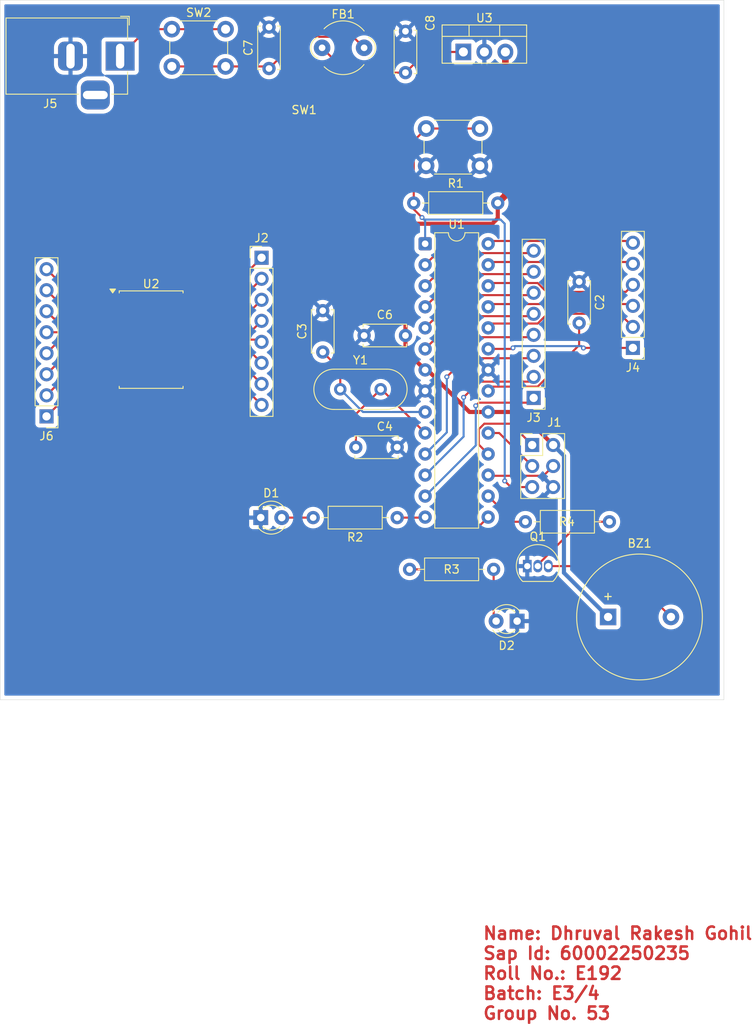
<source format=kicad_pcb>
(kicad_pcb (version 20241229) (generator "pcbnew") (generator_version "9.0")
  (layers (0 "F.Cu" signal) (2 "B.Cu" signal) (13 "F.Paste" user) (15 "B.Paste" user) (5 "F.SilkS" user "F.Silkscreen") (7 "B.SilkS" user "B.Silkscreen") (1 "F.Mask" user) (3 "B.Mask" user) (25 "Edge.Cuts" user))
  (net 0 "")
  (net 1 "RESET")
  (net 2 "PWM1")
  (net 3 "Net-(D1-A)")
  (net 4 "GND")
  (net 5 "Net-(U1-AREF)")
  (net 6 "Net-(J1-Pin_3)")
  (net 7 "+5V")
  (net 8 "Net-(J1-Pin_4)")
  (net 9 "Net-(J1-Pin_1)")
  (net 10 "Net-(U1-XTAL2{slash}PB7)")
  (net 11 "Net-(J3-Pin_3)")
  (net 12 "Net-(J3-Pin_5)")
  (net 13 "Net-(J3-Pin_8)")
  (net 14 "Net-(U1-XTAL1{slash}PB6)")
  (net 15 "Net-(J4-Pin_4)")
  (net 16 "Net-(J3-Pin_1)")
  (net 17 "Net-(J3-Pin_7)")
  (net 18 "Net-(J3-Pin_2)")
  (net 19 "Net-(J3-Pin_4)")
  (net 20 "Net-(J3-Pin_6)")
  (net 21 "Net-(J4-Pin_1)")
  (net 22 "Net-(J4-Pin_6)")
  (net 23 "Net-(C7-Pad1)")
  (net 24 "Net-(J4-Pin_3)")
  (net 25 "Net-(U3-IN)")
  (net 26 "Net-(J2-Pin_1)")
  (net 27 "Net-(J4-Pin_2)")
  (net 28 "Net-(J2-Pin_2)")
  (net 29 "Net-(J2-Pin_8)")
  (net 30 "Net-(J2-Pin_7)")
  (net 31 "Net-(J2-Pin_4)")
  (net 32 "Net-(J2-Pin_6)")
  (net 33 "Net-(J5-Pad1)")
  (net 34 "Net-(J6-Pin_3)")
  (net 35 "Net-(J6-Pin_5)")
  (net 36 "Net-(J4-Pin_5)")
  (net 37 "GPIO_FLAG_1")
  (net 38 "Net-(D2-A)")
  (net 39 "Net-(J2-Pin_5)")
  (net 40 "GPIO_FLAG_2")
  (net 41 "Net-(BZ1--)")
  (net 42 "Net-(J2-Pin_3)")
  (net 43 "Net-(J6-Pin_1)")
  (net 44 "Net-(J6-Pin_2)")
  (net 45 "Net-(J6-Pin_7)")
  (net 46 "Net-(Q1-G)")
  (net 47 "Net-(J6-Pin_6)")
  (net 48 "Net-(J6-Pin_4)")
  (net 49 "Net-(J6-Pin_8)")
  (net 50 "+12V")
  (footprint "Connector_PinHeader_2.54mm:PinHeader_1x06_P2.54mm_Vertical" (layer "F.Cu") (at 197.25 97.25 180)
    (property "Reference" "J4" (at 0 -2.38 0) (layer "F.SilkS"))
    (property "Value" "Conn_01x06")
    (fp_line (start 1.38 1.27) (end 1.38 14.08) (stroke (width 0.12)) (layer "F.SilkS") (net 1))
    (fp_line (start -1.38 14.08) (end 1.38 14.08) (stroke (width 0.12)) (layer "F.SilkS") (net 1))
    (fp_line (start -1.38 1.27) (end 1.38 1.27) (stroke (width 0.12)) (layer "F.SilkS") (net 1))
    (fp_line (start -1.38 1.27) (end -1.38 14.08) (stroke (width 0.12)) (layer "F.SilkS") (net 1))
    (fp_line (start -1.38 0) (end -1.38 -1.38) (stroke (width 0.12)) (layer "F.SilkS") (net 1))
    (fp_line (start -1.38 -1.38) (end 0 -1.38) (stroke (width 0.12)) (layer "F.SilkS") (net 1))
    (pad "1" thru_hole rect (at 0 0 180) (size 1.7 1.7) (drill 1) (layers "*.Cu" "*.Mask") (net 21 "Net-(J4-Pin_1)"))
    (pad "2" thru_hole circle (at 0 2.54 180) (size 1.7 1.7) (drill 1) (layers "*.Cu" "*.Mask") (net 27 "Net-(J4-Pin_2)"))
    (pad "3" thru_hole circle (at 0 5.08 180) (size 1.7 1.7) (drill 1) (layers "*.Cu" "*.Mask") (net 24 "Net-(J4-Pin_3)"))
    (pad "4" thru_hole circle (at 0 7.62 180) (size 1.7 1.7) (drill 1) (layers "*.Cu" "*.Mask") (net 15 "Net-(J4-Pin_4)"))
    (pad "5" thru_hole circle (at 0 10.16 180) (size 1.7 1.7) (drill 1) (layers "*.Cu" "*.Mask") (net 36 "Net-(J4-Pin_5)"))
    (pad "6" thru_hole circle (at 0 12.7 180) (size 1.7 1.7) (drill 1) (layers "*.Cu" "*.Mask") (net 22 "Net-(J4-Pin_6)"))
  )
  (footprint "LED_THT:LED_D3.0mm" (layer "F.Cu") (at 152.25 117.75)
    (property "Reference" "D1" (at 1.27 -2.96 0) (layer "F.SilkS"))
    (property "Value" "LED")
    (fp_line (start -0.29 -1.236) (end -0.29 -1.08) (stroke (width 0.12)) (layer "F.SilkS") (net 1))
    (fp_line (start -0.29 1.08) (end -0.29 1.236) (stroke (width 0.12)) (layer "F.SilkS") (net 1))
    (fp_arc (start -0.29 -1.235516) (mid 1.36566 -1.987699) (end 2.941437 -1.08) (stroke (width 0.12)) (layer "F.SilkS") (net 1))
    (fp_arc (start 0.229039 -1.08) (mid 1.27 -1.5) (end 2.310961 -1.08) (stroke (width 0.12)) (layer "F.SilkS") (net 1))
    (fp_arc (start 2.310961 1.08) (mid 1.27 1.5) (end 0.229039 1.08) (stroke (width 0.12)) (layer "F.SilkS") (net 1))
    (fp_arc (start 2.941437 1.08) (mid 1.36566 1.987699) (end -0.29 1.235516) (stroke (width 0.12)) (layer "F.SilkS") (net 1))
    (pad "1" thru_hole rect (at 0 0) (size 1.8 1.8) (drill 0.9) (layers "*.Cu" "*.Mask") (net 4 "GND"))
    (pad "2" thru_hole circle (at 2.54 0) (size 1.8 1.8) (drill 0.9) (layers "*.Cu" "*.Mask") (net 3 "Net-(D1-A)"))
  )
  (footprint "Capacitor_THT:C_Disc_D5.0mm_W2.5mm_P5.00mm" (layer "F.Cu") (at 163.75 109.25)
    (property "Reference" "C4" (at 3.5 -2.5 0) (layer "F.SilkS"))
    (property "Value" "22pF")
    (fp_line (start -0.12 -1.37) (end 5.12 -1.37) (stroke (width 0.12)) (layer "F.SilkS") (net 1))
    (fp_line (start -0.12 -1.033) (end -0.12 -1.37) (stroke (width 0.12)) (layer "F.SilkS") (net 1))
    (fp_line (start -0.12 1.37) (end -0.12 1.033) (stroke (width 0.12)) (layer "F.SilkS") (net 1))
    (fp_line (start 5.12 -1.37) (end 5.12 -1.033) (stroke (width 0.12)) (layer "F.SilkS") (net 1))
    (fp_line (start 5.12 1.033) (end 5.12 1.37) (stroke (width 0.12)) (layer "F.SilkS") (net 1))
    (fp_line (start 5.12 1.37) (end -0.12 1.37) (stroke (width 0.12)) (layer "F.SilkS") (net 1))
    (pad "1" thru_hole circle (at 0 0) (size 1.6 1.6) (drill 0.8) (layers "*.Cu" "*.Mask") (net 10 "Net-(U1-XTAL2{slash}PB7)"))
    (pad "2" thru_hole circle (at 5 0) (size 1.6 1.6) (drill 0.8) (layers "*.Cu" "*.Mask") (net 4 "GND"))
  )
  (footprint "Button_Switch_THT:SW_PUSH_6mm" (layer "F.Cu") (at 141.5 58.75)
    (property "Reference" "SW2" (at 3.25 -2 0) (layer "F.SilkS"))
    (property "Value" "SW_Push")
    (fp_line (start -0.25 1.5) (end -0.25 3) (stroke (width 0.12)) (layer "F.SilkS") (net 1))
    (fp_line (start 1 5.5) (end 5.5 5.5) (stroke (width 0.12)) (layer "F.SilkS") (net 1))
    (fp_line (start 5.5 -1) (end 1 -1) (stroke (width 0.12)) (layer "F.SilkS") (net 1))
    (fp_line (start 6.75 3) (end 6.75 1.5) (stroke (width 0.12)) (layer "F.SilkS") (net 1))
    (pad "1" thru_hole circle (at 0 0 90) (size 2 2) (drill 1.1) (layers "*.Cu" "*.Mask") (net 33 "Net-(J5-Pad1)"))
    (pad "1" thru_hole circle (at 6.5 0 90) (size 2 2) (drill 1.1) (layers "*.Cu" "*.Mask") (net 33 "Net-(J5-Pad1)"))
    (pad "2" thru_hole circle (at 0 4.5 90) (size 2 2) (drill 1.1) (layers "*.Cu" "*.Mask") (net 23 "Net-(C7-Pad1)"))
    (pad "2" thru_hole circle (at 6.5 4.5 90) (size 2 2) (drill 1.1) (layers "*.Cu" "*.Mask") (net 23 "Net-(C7-Pad1)"))
  )
  (footprint "Resistor_THT:R_Axial_DIN0207_L6.3mm_D2.5mm_P10.16mm_Horizontal" (layer "F.Cu") (at 184.25 118.25)
    (property "Reference" "R4" (at 5 0 0) (layer "F.SilkS"))
    (property "Value" "R")
    (fp_line (start 1.04 0) (end 1.81 0) (stroke (width 0.12)) (layer "F.SilkS") (net 1))
    (fp_line (start 9.12 0) (end 8.35 0) (stroke (width 0.12)) (layer "F.SilkS") (net 1))
    (fp_rect (start 1.81 -1.37) (end 8.35 1.37) (stroke (width 0.12)) (fill no) (layer "F.SilkS") (net 1))
    (pad "1" thru_hole circle (at 0 0) (size 1.6 1.6) (drill 0.8) (layers "*.Cu" "*.Mask") (net 2 "PWM1"))
    (pad "2" thru_hole circle (at 10.16 0) (size 1.6 1.6) (drill 0.8) (layers "*.Cu" "*.Mask") (net 46 "Net-(Q1-G)"))
  )
  (footprint "Connector_PinHeader_2.54mm:PinHeader_1x08_P2.54mm_Vertical" (layer "F.Cu") (at 185.25 103.29 180)
    (property "Reference" "J3" (at 0 -2.38 0) (layer "F.SilkS"))
    (property "Value" "Conn_01x08_Pin")
    (fp_line (start 1.38 1.27) (end 1.38 19.16) (stroke (width 0.12)) (layer "F.SilkS") (net 1))
    (fp_line (start -1.38 19.16) (end 1.38 19.16) (stroke (width 0.12)) (layer "F.SilkS") (net 1))
    (fp_line (start -1.38 1.27) (end 1.38 1.27) (stroke (width 0.12)) (layer "F.SilkS") (net 1))
    (fp_line (start -1.38 1.27) (end -1.38 19.16) (stroke (width 0.12)) (layer "F.SilkS") (net 1))
    (fp_line (start -1.38 0) (end -1.38 -1.38) (stroke (width 0.12)) (layer "F.SilkS") (net 1))
    (fp_line (start -1.38 -1.38) (end 0 -1.38) (stroke (width 0.12)) (layer "F.SilkS") (net 1))
    (pad "1" thru_hole rect (at 0 0 180) (size 1.7 1.7) (drill 1) (layers "*.Cu" "*.Mask") (net 16 "Net-(J3-Pin_1)"))
    (pad "2" thru_hole circle (at 0 2.54 180) (size 1.7 1.7) (drill 1) (layers "*.Cu" "*.Mask") (net 18 "Net-(J3-Pin_2)"))
    (pad "3" thru_hole circle (at 0 5.08 180) (size 1.7 1.7) (drill 1) (layers "*.Cu" "*.Mask") (net 11 "Net-(J3-Pin_3)"))
    (pad "4" thru_hole circle (at 0 7.62 180) (size 1.7 1.7) (drill 1) (layers "*.Cu" "*.Mask") (net 19 "Net-(J3-Pin_4)"))
    (pad "5" thru_hole circle (at 0 10.16 180) (size 1.7 1.7) (drill 1) (layers "*.Cu" "*.Mask") (net 12 "Net-(J3-Pin_5)"))
    (pad "6" thru_hole circle (at 0 12.7 180) (size 1.7 1.7) (drill 1) (layers "*.Cu" "*.Mask") (net 20 "Net-(J3-Pin_6)"))
    (pad "7" thru_hole circle (at 0 15.24 180) (size 1.7 1.7) (drill 1) (layers "*.Cu" "*.Mask") (net 17 "Net-(J3-Pin_7)"))
    (pad "8" thru_hole circle (at 0 17.78 180) (size 1.7 1.7) (drill 1) (layers "*.Cu" "*.Mask") (net 13 "Net-(J3-Pin_8)"))
  )
  (footprint "Connector_PinHeader_2.54mm:PinHeader_2x03_P2.54mm_Vertical" (layer "F.Cu") (at 185.07 108.98)
    (property "Reference" "J1" (at 2.68 -2.73 0) (layer "F.SilkS"))
    (property "Value" "Conn_02x03_Odd_Even")
    (fp_line (start -1.38 -1.38) (end 0 -1.38) (stroke (width 0.12)) (layer "F.SilkS") (net 1))
    (fp_line (start -1.38 0) (end -1.38 -1.38) (stroke (width 0.12)) (layer "F.SilkS") (net 1))
    (fp_line (start -1.38 1.27) (end -1.38 6.46) (stroke (width 0.12)) (layer "F.SilkS") (net 1))
    (fp_line (start -1.38 1.27) (end 1.27 1.27) (stroke (width 0.12)) (layer "F.SilkS") (net 1))
    (fp_line (start -1.38 6.46) (end 3.92 6.46) (stroke (width 0.12)) (layer "F.SilkS") (net 1))
    (fp_line (start 1.27 -1.38) (end 3.92 -1.38) (stroke (width 0.12)) (layer "F.SilkS") (net 1))
    (fp_line (start 1.27 1.27) (end 1.27 -1.38) (stroke (width 0.12)) (layer "F.SilkS") (net 1))
    (fp_line (start 3.92 -1.38) (end 3.92 6.46) (stroke (width 0.12)) (layer "F.SilkS") (net 1))
    (pad "1" thru_hole rect (at 0 0) (size 1.7 1.7) (drill 1) (layers "*.Cu" "*.Mask") (net 9 "Net-(J1-Pin_1)"))
    (pad "2" thru_hole circle (at 2.54 0) (size 1.7 1.7) (drill 1) (layers "*.Cu" "*.Mask") (net 7 "+5V"))
    (pad "3" thru_hole circle (at 0 2.54) (size 1.7 1.7) (drill 1) (layers "*.Cu" "*.Mask") (net 6 "Net-(J1-Pin_3)"))
    (pad "4" thru_hole circle (at 2.54 2.54) (size 1.7 1.7) (drill 1) (layers "*.Cu" "*.Mask") (net 8 "Net-(J1-Pin_4)"))
    (pad "5" thru_hole circle (at 0 5.08) (size 1.7 1.7) (drill 1) (layers "*.Cu" "*.Mask") (net 1 "RESET"))
    (pad "6" thru_hole circle (at 2.54 5.08) (size 1.7 1.7) (drill 1) (layers "*.Cu" "*.Mask") (net 4 "GND"))
  )
  (footprint "Connector_PinHeader_2.54mm:PinHeader_1x08_P2.54mm_Vertical" (layer "F.Cu") (at 152.35 86.36)
    (property "Reference" "J2" (at 0 -2.38 0) (layer "F.SilkS"))
    (property "Value" "Conn_01x08")
    (fp_line (start -1.38 -1.38) (end 0 -1.38) (stroke (width 0.12)) (layer "F.SilkS") (net 1))
    (fp_line (start -1.38 0) (end -1.38 -1.38) (stroke (width 0.12)) (layer "F.SilkS") (net 1))
    (fp_line (start -1.38 1.27) (end -1.38 19.16) (stroke (width 0.12)) (layer "F.SilkS") (net 1))
    (fp_line (start -1.38 1.27) (end 1.38 1.27) (stroke (width 0.12)) (layer "F.SilkS") (net 1))
    (fp_line (start -1.38 19.16) (end 1.38 19.16) (stroke (width 0.12)) (layer "F.SilkS") (net 1))
    (fp_line (start 1.38 1.27) (end 1.38 19.16) (stroke (width 0.12)) (layer "F.SilkS") (net 1))
    (pad "1" thru_hole rect (at 0 0) (size 1.7 1.7) (drill 1) (layers "*.Cu" "*.Mask") (net 26 "Net-(J2-Pin_1)"))
    (pad "2" thru_hole circle (at 0 2.54) (size 1.7 1.7) (drill 1) (layers "*.Cu" "*.Mask") (net 28 "Net-(J2-Pin_2)"))
    (pad "3" thru_hole circle (at 0 5.08) (size 1.7 1.7) (drill 1) (layers "*.Cu" "*.Mask") (net 42 "Net-(J2-Pin_3)"))
    (pad "4" thru_hole circle (at 0 7.62) (size 1.7 1.7) (drill 1) (layers "*.Cu" "*.Mask") (net 31 "Net-(J2-Pin_4)"))
    (pad "5" thru_hole circle (at 0 10.16) (size 1.7 1.7) (drill 1) (layers "*.Cu" "*.Mask") (net 39 "Net-(J2-Pin_5)"))
    (pad "6" thru_hole circle (at 0 12.7) (size 1.7 1.7) (drill 1) (layers "*.Cu" "*.Mask") (net 32 "Net-(J2-Pin_6)"))
    (pad "7" thru_hole circle (at 0 15.24) (size 1.7 1.7) (drill 1) (layers "*.Cu" "*.Mask") (net 30 "Net-(J2-Pin_7)"))
    (pad "8" thru_hole circle (at 0 17.78) (size 1.7 1.7) (drill 1) (layers "*.Cu" "*.Mask") (net 29 "Net-(J2-Pin_8)"))
  )
  (footprint "Capacitor_THT:C_Disc_D5.0mm_W2.5mm_P5.00mm" (layer "F.Cu") (at 169.75 64 90)
    (property "Reference" "C8" (at 6 3 90) (layer "F.SilkS"))
    (property "Value" "1u")
    (fp_line (start 5.12 -1.37) (end 5.12 -1.033) (stroke (width 0.12)) (layer "F.SilkS") (net 1))
    (fp_line (start -0.12 -1.37) (end 5.12 -1.37) (stroke (width 0.12)) (layer "F.SilkS") (net 1))
    (fp_line (start -0.12 -1.033) (end -0.12 -1.37) (stroke (width 0.12)) (layer "F.SilkS") (net 1))
    (fp_line (start 5.12 1.033) (end 5.12 1.37) (stroke (width 0.12)) (layer "F.SilkS") (net 1))
    (fp_line (start 5.12 1.37) (end -0.12 1.37) (stroke (width 0.12)) (layer "F.SilkS") (net 1))
    (fp_line (start -0.12 1.37) (end -0.12 1.033) (stroke (width 0.12)) (layer "F.SilkS") (net 1))
    (pad "1" thru_hole circle (at 0 0 90) (size 1.6 1.6) (drill 0.8) (layers "*.Cu" "*.Mask") (net 25 "Net-(U3-IN)"))
    (pad "2" thru_hole circle (at 5 0 90) (size 1.6 1.6) (drill 0.8) (layers "*.Cu" "*.Mask") (net 4 "GND"))
  )
  (footprint "Resistor_THT:R_Axial_DIN0207_L6.3mm_D2.5mm_P10.16mm_Horizontal" (layer "F.Cu") (at 168.75 117.75 180)
    (property "Reference" "R2" (at 5.08 -2.37 0) (layer "F.SilkS"))
    (property "Value" "1k")
    (fp_line (start 9.12 0) (end 8.35 0) (stroke (width 0.12)) (layer "F.SilkS") (net 1))
    (fp_line (start 1.04 0) (end 1.81 0) (stroke (width 0.12)) (layer "F.SilkS") (net 1))
    (fp_rect (start 1.81 -1.37) (end 8.35 1.37) (stroke (width 0.12)) (fill no) (layer "F.SilkS") (net 1))
    (pad "1" thru_hole circle (at 0 0 180) (size 1.6 1.6) (drill 0.8) (layers "*.Cu" "*.Mask") (net 37 "GPIO_FLAG_1"))
    (pad "2" thru_hole circle (at 10.16 0 180) (size 1.6 1.6) (drill 0.8) (layers "*.Cu" "*.Mask") (net 3 "Net-(D1-A)"))
  )
  (footprint "LED_THT:LED_D3.0mm" (layer "F.Cu") (at 183.25 130.25 180)
    (property "Reference" "D2" (at 1.27 -2.96 0) (layer "F.SilkS"))
    (property "Value" "LED")
    (fp_line (start -0.29 1.08) (end -0.29 1.236) (stroke (width 0.12)) (layer "F.SilkS") (net 1))
    (fp_line (start -0.29 -1.236) (end -0.29 -1.08) (stroke (width 0.12)) (layer "F.SilkS") (net 1))
    (fp_arc (start 2.941437 1.08) (mid 1.36566 1.987699) (end -0.29 1.235516) (stroke (width 0.12)) (layer "F.SilkS") (net 1))
    (fp_arc (start 2.310961 1.08) (mid 1.27 1.5) (end 0.229039 1.08) (stroke (width 0.12)) (layer "F.SilkS") (net 1))
    (fp_arc (start 0.229039 -1.08) (mid 1.27 -1.5) (end 2.310961 -1.08) (stroke (width 0.12)) (layer "F.SilkS") (net 1))
    (fp_arc (start -0.29 -1.235516) (mid 1.36566 -1.987699) (end 2.941437 -1.08) (stroke (width 0.12)) (layer "F.SilkS") (net 1))
    (pad "1" thru_hole rect (at 0 0 180) (size 1.8 1.8) (drill 0.9) (layers "*.Cu" "*.Mask") (net 4 "GND"))
    (pad "2" thru_hole circle (at 2.54 0 180) (size 1.8 1.8) (drill 0.9) (layers "*.Cu" "*.Mask") (net 38 "Net-(D2-A)"))
  )
  (footprint "Connector_PinHeader_2.54mm:PinHeader_1x08_P2.54mm_Vertical" (layer "F.Cu") (at 126.35 105.52 180)
    (property "Reference" "J6" (at 0 -2.38 0) (layer "F.SilkS"))
    (property "Value" "Conn_01x08")
    (fp_line (start 1.38 1.27) (end 1.38 19.16) (stroke (width 0.12)) (layer "F.SilkS") (net 1))
    (fp_line (start -1.38 19.16) (end 1.38 19.16) (stroke (width 0.12)) (layer "F.SilkS") (net 1))
    (fp_line (start -1.38 1.27) (end 1.38 1.27) (stroke (width 0.12)) (layer "F.SilkS") (net 1))
    (fp_line (start -1.38 1.27) (end -1.38 19.16) (stroke (width 0.12)) (layer "F.SilkS") (net 1))
    (fp_line (start -1.38 0) (end -1.38 -1.38) (stroke (width 0.12)) (layer "F.SilkS") (net 1))
    (fp_line (start -1.38 -1.38) (end 0 -1.38) (stroke (width 0.12)) (layer "F.SilkS") (net 1))
    (pad "1" thru_hole rect (at 0 0 180) (size 1.7 1.7) (drill 1) (layers "*.Cu" "*.Mask") (net 43 "Net-(J6-Pin_1)"))
    (pad "2" thru_hole circle (at 0 2.54 180) (size 1.7 1.7) (drill 1) (layers "*.Cu" "*.Mask") (net 44 "Net-(J6-Pin_2)"))
    (pad "3" thru_hole circle (at 0 5.08 180) (size 1.7 1.7) (drill 1) (layers "*.Cu" "*.Mask") (net 34 "Net-(J6-Pin_3)"))
    (pad "4" thru_hole circle (at 0 7.62 180) (size 1.7 1.7) (drill 1) (layers "*.Cu" "*.Mask") (net 48 "Net-(J6-Pin_4)"))
    (pad "5" thru_hole circle (at 0 10.16 180) (size 1.7 1.7) (drill 1) (layers "*.Cu" "*.Mask") (net 35 "Net-(J6-Pin_5)"))
    (pad "6" thru_hole circle (at 0 12.7 180) (size 1.7 1.7) (drill 1) (layers "*.Cu" "*.Mask") (net 47 "Net-(J6-Pin_6)"))
    (pad "7" thru_hole circle (at 0 15.24 180) (size 1.7 1.7) (drill 1) (layers "*.Cu" "*.Mask") (net 45 "Net-(J6-Pin_7)"))
    (pad "8" thru_hole circle (at 0 17.78 180) (size 1.7 1.7) (drill 1) (layers "*.Cu" "*.Mask") (net 49 "Net-(J6-Pin_8)"))
  )
  (footprint "Capacitor_THT:C_Disc_D5.0mm_W2.5mm_P5.00mm" (layer "F.Cu") (at 153.25 63.5 90)
    (property "Reference" "C7" (at 2.5 -2.5 90) (layer "F.SilkS"))
    (property "Value" "1u")
    (fp_line (start 5.12 -1.37) (end 5.12 -1.033) (stroke (width 0.12)) (layer "F.SilkS") (net 1))
    (fp_line (start -0.12 -1.37) (end 5.12 -1.37) (stroke (width 0.12)) (layer "F.SilkS") (net 1))
    (fp_line (start -0.12 -1.033) (end -0.12 -1.37) (stroke (width 0.12)) (layer "F.SilkS") (net 1))
    (fp_line (start 5.12 1.033) (end 5.12 1.37) (stroke (width 0.12)) (layer "F.SilkS") (net 1))
    (fp_line (start 5.12 1.37) (end -0.12 1.37) (stroke (width 0.12)) (layer "F.SilkS") (net 1))
    (fp_line (start -0.12 1.37) (end -0.12 1.033) (stroke (width 0.12)) (layer "F.SilkS") (net 1))
    (pad "1" thru_hole circle (at 0 0 90) (size 1.6 1.6) (drill 0.8) (layers "*.Cu" "*.Mask") (net 23 "Net-(C7-Pad1)"))
    (pad "2" thru_hole circle (at 5 0 90) (size 1.6 1.6) (drill 0.8) (layers "*.Cu" "*.Mask") (net 4 "GND"))
  )
  (footprint "Package_SO:SOIC-18W_7.5x11.6mm_P1.27mm" (layer "F.Cu") (at 139 96.25)
    (property "Reference" "U2" (at 0 -6.73 0) (layer "F.SilkS"))
    (property "Value" "ULN2803A")
    (fp_line (start -3.86 -5.885) (end 3.86 -5.885) (stroke (width 0.12)) (layer "F.SilkS") (net 1))
    (fp_line (start -3.86 -5.64) (end -3.86 -5.885) (stroke (width 0.12)) (layer "F.SilkS") (net 1))
    (fp_line (start -3.86 5.885) (end -3.86 5.64) (stroke (width 0.12)) (layer "F.SilkS") (net 1))
    (fp_line (start 3.86 -5.885) (end 3.86 -5.64) (stroke (width 0.12)) (layer "F.SilkS") (net 1))
    (fp_line (start 3.86 5.64) (end 3.86 5.885) (stroke (width 0.12)) (layer "F.SilkS") (net 1))
    (fp_line (start 3.86 5.885) (end -3.86 5.885) (stroke (width 0.12)) (layer "F.SilkS") (net 1))
    (fp_poly (pts (xy -4.65 -5.64) (xy -4.99 -6.11) (xy -4.31 -6.11)) (stroke (width 0.12)) (fill yes) (layer "F.SilkS") (net 1))
    (pad "1" smd roundrect (at -4.65 -5.08) (size 2.05 0.6) (layers "F.Cu" "F.Mask" "F.Paste") (net 49 "Net-(J6-Pin_8)"))
    (pad "2" smd roundrect (at -4.65 -3.81) (size 2.05 0.6) (layers "F.Cu" "F.Mask" "F.Paste") (net 45 "Net-(J6-Pin_7)"))
    (pad "3" smd roundrect (at -4.65 -2.54) (size 2.05 0.6) (layers "F.Cu" "F.Mask" "F.Paste") (net 47 "Net-(J6-Pin_6)"))
    (pad "4" smd roundrect (at -4.65 -1.27) (size 2.05 0.6) (layers "F.Cu" "F.Mask" "F.Paste") (net 35 "Net-(J6-Pin_5)"))
    (pad "5" smd roundrect (at -4.65 0) (size 2.05 0.6) (layers "F.Cu" "F.Mask" "F.Paste") (net 48 "Net-(J6-Pin_4)"))
    (pad "6" smd roundrect (at -4.65 1.27) (size 2.05 0.6) (layers "F.Cu" "F.Mask" "F.Paste") (net 34 "Net-(J6-Pin_3)"))
    (pad "7" smd roundrect (at -4.65 2.54) (size 2.05 0.6) (layers "F.Cu" "F.Mask" "F.Paste") (net 44 "Net-(J6-Pin_2)"))
    (pad "8" smd roundrect (at -4.65 3.81) (size 2.05 0.6) (layers "F.Cu" "F.Mask" "F.Paste") (net 43 "Net-(J6-Pin_1)"))
    (pad "9" smd roundrect (at -4.65 5.08) (size 2.05 0.6) (layers "F.Cu" "F.Mask" "F.Paste") (net 4 "GND"))
    (pad "10" smd roundrect (at 4.65 5.08) (size 2.05 0.6) (layers "F.Cu" "F.Mask" "F.Paste") (net 50 "+12V"))
    (pad "11" smd roundrect (at 4.65 3.81) (size 2.05 0.6) (layers "F.Cu" "F.Mask" "F.Paste") (net 29 "Net-(J2-Pin_8)"))
    (pad "12" smd roundrect (at 4.65 2.54) (size 2.05 0.6) (layers "F.Cu" "F.Mask" "F.Paste") (net 30 "Net-(J2-Pin_7)"))
    (pad "13" smd roundrect (at 4.65 1.27) (size 2.05 0.6) (layers "F.Cu" "F.Mask" "F.Paste") (net 32 "Net-(J2-Pin_6)"))
    (pad "14" smd roundrect (at 4.65 0) (size 2.05 0.6) (layers "F.Cu" "F.Mask" "F.Paste") (net 39 "Net-(J2-Pin_5)"))
    (pad "15" smd roundrect (at 4.65 -1.27) (size 2.05 0.6) (layers "F.Cu" "F.Mask" "F.Paste") (net 31 "Net-(J2-Pin_4)"))
    (pad "16" smd roundrect (at 4.65 -2.54) (size 2.05 0.6) (layers "F.Cu" "F.Mask" "F.Paste") (net 42 "Net-(J2-Pin_3)"))
    (pad "17" smd roundrect (at 4.65 -3.81) (size 2.05 0.6) (layers "F.Cu" "F.Mask" "F.Paste") (net 28 "Net-(J2-Pin_2)"))
    (pad "18" smd roundrect (at 4.65 -5.08) (size 2.05 0.6) (layers "F.Cu" "F.Mask" "F.Paste") (net 26 "Net-(J2-Pin_1)"))
  )
  (footprint "Package_DIP:DIP-28_W7.62mm" (layer "F.Cu") (at 172.13 84.67)
    (property "Reference" "U1" (at 3.81 -2.33 0) (layer "F.SilkS"))
    (property "Value" "ATmega328-P")
    (fp_line (start 1.16 -1.33) (end 1.16 34.35) (stroke (width 0.12)) (layer "F.SilkS") (net 1))
    (fp_line (start 1.16 34.35) (end 6.46 34.35) (stroke (width 0.12)) (layer "F.SilkS") (net 1))
    (fp_line (start 2.81 -1.33) (end 1.16 -1.33) (stroke (width 0.12)) (layer "F.SilkS") (net 1))
    (fp_line (start 6.46 -1.33) (end 4.81 -1.33) (stroke (width 0.12)) (layer "F.SilkS") (net 1))
    (fp_line (start 6.46 34.35) (end 6.46 -1.33) (stroke (width 0.12)) (layer "F.SilkS") (net 1))
    (fp_arc (start 4.81 -1.33) (mid 3.81 -0.33) (end 2.81 -1.33) (stroke (width 0.12)) (layer "F.SilkS") (net 1))
    (pad "1" thru_hole roundrect (at 0 0) (size 1.6 1.6) (drill 0.8) (layers "*.Cu" "*.Mask") (roundrect_rratio 0.15625) (net 1 "RESET"))
    (pad "2" thru_hole circle (at 0 2.54) (size 1.6 1.6) (drill 0.8) (layers "*.Cu" "*.Mask") (net 13 "Net-(J3-Pin_8)"))
    (pad "3" thru_hole circle (at 0 5.08) (size 1.6 1.6) (drill 0.8) (layers "*.Cu" "*.Mask") (net 17 "Net-(J3-Pin_7)"))
    (pad "4" thru_hole circle (at 0 7.62) (size 1.6 1.6) (drill 0.8) (layers "*.Cu" "*.Mask") (net 20 "Net-(J3-Pin_6)"))
    (pad "5" thru_hole circle (at 0 10.16) (size 1.6 1.6) (drill 0.8) (layers "*.Cu" "*.Mask") (net 12 "Net-(J3-Pin_5)"))
    (pad "6" thru_hole circle (at 0 12.7) (size 1.6 1.6) (drill 0.8) (layers "*.Cu" "*.Mask") (net 19 "Net-(J3-Pin_4)"))
    (pad "7" thru_hole circle (at 0 15.24) (size 1.6 1.6) (drill 0.8) (layers "*.Cu" "*.Mask") (net 7 "+5V"))
    (pad "8" thru_hole circle (at 0 17.78) (size 1.6 1.6) (drill 0.8) (layers "*.Cu" "*.Mask") (net 4 "GND"))
    (pad "9" thru_hole circle (at 0 20.32) (size 1.6 1.6) (drill 0.8) (layers "*.Cu" "*.Mask") (net 14 "Net-(U1-XTAL1{slash}PB6)"))
    (pad "10" thru_hole circle (at 0 22.86) (size 1.6 1.6) (drill 0.8) (layers "*.Cu" "*.Mask") (net 10 "Net-(U1-XTAL2{slash}PB7)"))
    (pad "11" thru_hole circle (at 0 25.4) (size 1.6 1.6) (drill 0.8) (layers "*.Cu" "*.Mask") (net 11 "Net-(J3-Pin_3)"))
    (pad "12" thru_hole circle (at 0 27.94) (size 1.6 1.6) (drill 0.8) (layers "*.Cu" "*.Mask") (net 18 "Net-(J3-Pin_2)"))
    (pad "13" thru_hole circle (at 0 30.48) (size 1.6 1.6) (drill 0.8) (layers "*.Cu" "*.Mask") (net 16 "Net-(J3-Pin_1)"))
    (pad "14" thru_hole circle (at 0 33.02) (size 1.6 1.6) (drill 0.8) (layers "*.Cu" "*.Mask") (net 37 "GPIO_FLAG_1"))
    (pad "15" thru_hole circle (at 7.62 33.02) (size 1.6 1.6) (drill 0.8) (layers "*.Cu" "*.Mask") (net 40 "GPIO_FLAG_2"))
    (pad "16" thru_hole circle (at 7.62 30.48) (size 1.6 1.6) (drill 0.8) (layers "*.Cu" "*.Mask") (net 2 "PWM1"))
    (pad "17" thru_hole circle (at 7.62 27.94) (size 1.6 1.6) (drill 0.8) (layers "*.Cu" "*.Mask") (net 8 "Net-(J1-Pin_4)"))
    (pad "18" thru_hole circle (at 7.62 25.4) (size 1.6 1.6) (drill 0.8) (layers "*.Cu" "*.Mask") (net 9 "Net-(J1-Pin_1)"))
    (pad "19" thru_hole circle (at 7.62 22.86) (size 1.6 1.6) (drill 0.8) (layers "*.Cu" "*.Mask") (net 6 "Net-(J1-Pin_3)"))
    (pad "20" thru_hole circle (at 7.62 20.32) (size 1.6 1.6) (drill 0.8) (layers "*.Cu" "*.Mask") (net 7 "+5V"))
    (pad "21" thru_hole circle (at 7.62 17.78) (size 1.6 1.6) (drill 0.8) (layers "*.Cu" "*.Mask") (net 5 "Net-(U1-AREF)"))
    (pad "22" thru_hole circle (at 7.62 15.24) (size 1.6 1.6) (drill 0.8) (layers "*.Cu" "*.Mask") (net 4 "GND"))
    (pad "23" thru_hole circle (at 7.62 12.7) (size 1.6 1.6) (drill 0.8) (layers "*.Cu" "*.Mask") (net 21 "Net-(J4-Pin_1)"))
    (pad "24" thru_hole circle (at 7.62 10.16) (size 1.6 1.6) (drill 0.8) (layers "*.Cu" "*.Mask") (net 27 "Net-(J4-Pin_2)"))
    (pad "25" thru_hole circle (at 7.62 7.62) (size 1.6 1.6) (drill 0.8) (layers "*.Cu" "*.Mask") (net 24 "Net-(J4-Pin_3)"))
    (pad "26" thru_hole circle (at 7.62 5.08) (size 1.6 1.6) (drill 0.8) (layers "*.Cu" "*.Mask") (net 15 "Net-(J4-Pin_4)"))
    (pad "27" thru_hole circle (at 7.62 2.54) (size 1.6 1.6) (drill 0.8) (layers "*.Cu" "*.Mask") (net 36 "Net-(J4-Pin_5)"))
    (pad "28" thru_hole circle (at 7.62 0) (size 1.6 1.6) (drill 0.8) (layers "*.Cu" "*.Mask") (net 22 "Net-(J4-Pin_6)"))
  )
  (footprint "Connector_BarrelJack:BarrelJack_Horizontal" (layer "F.Cu") (at 135.25 62)
    (property "Reference" "J5" (at -8.45 5.75 0) (layer "F.SilkS"))
    (property "Value" "Barrel_Jack")
    (fp_line (start -13.8 -4.6) (end 0.9 -4.6) (stroke (width 0.12)) (layer "F.SilkS") (net 1))
    (fp_line (start -13.8 4.6) (end -13.8 -4.6) (stroke (width 0.12)) (layer "F.SilkS") (net 1))
    (fp_line (start -5 4.6) (end -13.8 4.6) (stroke (width 0.12)) (layer "F.SilkS") (net 1))
    (fp_line (start 0.05 -4.8) (end 1.1 -4.8) (stroke (width 0.12)) (layer "F.SilkS") (net 1))
    (fp_line (start 0.9 -4.6) (end 0.9 -2) (stroke (width 0.12)) (layer "F.SilkS") (net 1))
    (fp_line (start 0.9 1.9) (end 0.9 4.6) (stroke (width 0.12)) (layer "F.SilkS") (net 1))
    (fp_line (start 0.9 4.6) (end -1 4.6) (stroke (width 0.12)) (layer "F.SilkS") (net 1))
    (fp_line (start 1.1 -3.75) (end 1.1 -4.8) (stroke (width 0.12)) (layer "F.SilkS") (net 1))
    (pad "1" thru_hole rect (at 0 0) (size 3.5 3.5) (drill oval 1 3) (layers "*.Cu" "*.Mask") (net 33 "Net-(J5-Pad1)"))
    (pad "2" thru_hole roundrect (at -6 0) (size 3 3.5) (drill oval 1 3) (layers "*.Cu" "*.Mask") (net 4 "GND"))
    (pad "3" thru_hole roundrect (at -3 4.7) (size 3.5 3.5) (drill oval 3 1) (layers "*.Cu" "*.Mask"))
  )
  (footprint "Crystal:Crystal_HC49-4H_Vertical" (layer "F.Cu") (at 161.87 102.25)
    (property "Reference" "Y1" (at 2.44 -3.52 0) (layer "F.SilkS"))
    (property "Value" "16MHz")
    (fp_line (start -0.76 -2.435) (end 5.64 -2.435) (stroke (width 0.12)) (layer "F.SilkS") (net 1))
    (fp_line (start 5.64 2.435) (end -0.76 2.435) (stroke (width 0.12)) (layer "F.SilkS") (net 1))
    (fp_arc (start -0.76 2.435) (mid -3.195 0) (end -0.76 -2.435) (stroke (width 0.12)) (layer "F.SilkS") (net 1))
    (fp_arc (start 5.64 -2.435) (mid 8.075 0) (end 5.64 2.435) (stroke (width 0.12)) (layer "F.SilkS") (net 1))
    (pad "1" thru_hole circle (at 0 0) (size 1.5 1.5) (drill 0.8) (layers "*.Cu" "*.Mask") (net 14 "Net-(U1-XTAL1{slash}PB6)"))
    (pad "2" thru_hole circle (at 4.88 0) (size 1.5 1.5) (drill 0.8) (layers "*.Cu" "*.Mask") (net 10 "Net-(U1-XTAL2{slash}PB7)"))
  )
  (footprint "Resistor_THT:R_Axial_DIN0207_L6.3mm_D2.5mm_P10.16mm_Horizontal" (layer "F.Cu") (at 170.25 124)
    (property "Reference" "R3" (at 5.08 0 0) (layer "F.SilkS"))
    (property "Value" "1k")
    (fp_line (start 1.04 0) (end 1.81 0) (stroke (width 0.12)) (layer "F.SilkS") (net 1))
    (fp_line (start 9.12 0) (end 8.35 0) (stroke (width 0.12)) (layer "F.SilkS") (net 1))
    (fp_rect (start 1.81 -1.37) (end 8.35 1.37) (stroke (width 0.12)) (fill no) (layer "F.SilkS") (net 1))
    (pad "1" thru_hole circle (at 0 0) (size 1.6 1.6) (drill 0.8) (layers "*.Cu" "*.Mask") (net 40 "GPIO_FLAG_2"))
    (pad "2" thru_hole circle (at 10.16 0) (size 1.6 1.6) (drill 0.8) (layers "*.Cu" "*.Mask") (net 38 "Net-(D2-A)"))
  )
  (footprint "Resistor_THT:R_Axial_DIN0207_L6.3mm_D2.5mm_P10.16mm_Horizontal" (layer "F.Cu") (at 170.75 79.75)
    (property "Reference" "R1" (at 5.08 -2.37 0) (layer "F.SilkS"))
    (property "Value" "10k")
    (fp_line (start 1.04 0) (end 1.81 0) (stroke (width 0.12)) (layer "F.SilkS") (net 1))
    (fp_line (start 9.12 0) (end 8.35 0) (stroke (width 0.12)) (layer "F.SilkS") (net 1))
    (fp_rect (start 1.81 -1.37) (end 8.35 1.37) (stroke (width 0.12)) (fill no) (layer "F.SilkS") (net 1))
    (pad "1" thru_hole circle (at 0 0) (size 1.6 1.6) (drill 0.8) (layers "*.Cu" "*.Mask") (net 1 "RESET"))
    (pad "2" thru_hole circle (at 10.16 0) (size 1.6 1.6) (drill 0.8) (layers "*.Cu" "*.Mask") (net 7 "+5V"))
  )
  (footprint "Button_Switch_THT:SW_PUSH_6mm" (layer "F.Cu") (at 172.25 70.75)
    (property "Reference" "SW1" (at -14.75 -2.25 0) (layer "F.SilkS"))
    (property "Value" "SW_Push")
    (fp_line (start -0.25 1.5) (end -0.25 3) (stroke (width 0.12)) (layer "F.SilkS") (net 1))
    (fp_line (start 1 5.5) (end 5.5 5.5) (stroke (width 0.12)) (layer "F.SilkS") (net 1))
    (fp_line (start 5.5 -1) (end 1 -1) (stroke (width 0.12)) (layer "F.SilkS") (net 1))
    (fp_line (start 6.75 3) (end 6.75 1.5) (stroke (width 0.12)) (layer "F.SilkS") (net 1))
    (pad "1" thru_hole circle (at 0 0 90) (size 2 2) (drill 1.1) (layers "*.Cu" "*.Mask") (net 1 "RESET"))
    (pad "1" thru_hole circle (at 6.5 0 90) (size 2 2) (drill 1.1) (layers "*.Cu" "*.Mask") (net 1 "RESET"))
    (pad "2" thru_hole circle (at 0 4.5 90) (size 2 2) (drill 1.1) (layers "*.Cu" "*.Mask") (net 4 "GND"))
    (pad "2" thru_hole circle (at 6.5 4.5 90) (size 2 2) (drill 1.1) (layers "*.Cu" "*.Mask") (net 4 "GND"))
  )
  (footprint "Capacitor_THT:C_Disc_D5.0mm_W2.5mm_P5.00mm" (layer "F.Cu") (at 159.75 97.75 90)
    (property "Reference" "C3" (at 2.5 -2.5 90) (layer "F.SilkS"))
    (property "Value" "22pF")
    (fp_line (start 5.12 -1.37) (end 5.12 -1.033) (stroke (width 0.12)) (layer "F.SilkS") (net 1))
    (fp_line (start -0.12 -1.37) (end 5.12 -1.37) (stroke (width 0.12)) (layer "F.SilkS") (net 1))
    (fp_line (start -0.12 -1.033) (end -0.12 -1.37) (stroke (width 0.12)) (layer "F.SilkS") (net 1))
    (fp_line (start 5.12 1.033) (end 5.12 1.37) (stroke (width 0.12)) (layer "F.SilkS") (net 1))
    (fp_line (start 5.12 1.37) (end -0.12 1.37) (stroke (width 0.12)) (layer "F.SilkS") (net 1))
    (fp_line (start -0.12 1.37) (end -0.12 1.033) (stroke (width 0.12)) (layer "F.SilkS") (net 1))
    (pad "1" thru_hole circle (at 0 0 90) (size 1.6 1.6) (drill 0.8) (layers "*.Cu" "*.Mask") (net 14 "Net-(U1-XTAL1{slash}PB6)"))
    (pad "2" thru_hole circle (at 5 0 90) (size 1.6 1.6) (drill 0.8) (layers "*.Cu" "*.Mask") (net 4 "GND"))
  )
  (footprint "Ferrite_THT:LairdTech_28C0236-0JW-10" (layer "F.Cu") (at 159.67 61)
    (property "Reference" "FB1" (at 2.54 -4.064 0) (layer "F.SilkS"))
    (property "Value" "FerriteBead")
    (fp_arc (start -0.508 1.27) (mid -1.367832 0) (end -0.508 -1.27) (stroke (width 0.12)) (layer "F.SilkS") (net 1))
    (fp_arc (start 0.239932 -2.300068) (mid 2.71988 -3.24781) (end 5.08 -2.032) (stroke (width 0.12)) (layer "F.SilkS") (net 1))
    (fp_arc (start 5.064465 2.019572) (mid 2.71878 3.227946) (end 0.254 2.286) (stroke (width 0.12)) (layer "F.SilkS") (net 1))
    (fp_arc (start 5.588 -1.27) (mid 6.447832 0) (end 5.588 1.27) (stroke (width 0.12)) (layer "F.SilkS") (net 1))
    (pad "1" thru_hole circle (at 0 0) (size 2 2) (drill 0.8) (layers "*.Cu" "*.Mask") (net 25 "Net-(U3-IN)"))
    (pad "2" thru_hole circle (at 5.08 0) (size 2 2) (drill 0.8) (layers "*.Cu" "*.Mask") (net 23 "Net-(C7-Pad1)"))
  )
  (footprint "Package_TO_SOT_THT:TO-220-3_Vertical" (layer "F.Cu") (at 176.75 61.5)
    (property "Reference" "U3" (at 2.54 -4.1 0) (layer "F.SilkS"))
    (property "Value" "L7805")
    (fp_line (start -2.57 -3.26) (end 7.65 -3.26) (stroke (width 0.12)) (layer "F.SilkS") (net 1))
    (fp_line (start -2.57 -1.88) (end 7.65 -1.88) (stroke (width 0.12)) (layer "F.SilkS") (net 1))
    (fp_line (start -2.57 1.36) (end -2.57 -3.26) (stroke (width 0.12)) (layer "F.SilkS") (net 1))
    (fp_line (start 0.69 -3.26) (end 0.69 -1.88) (stroke (width 0.12)) (layer "F.SilkS") (net 1))
    (fp_line (start 4.39 -3.26) (end 4.39 -1.88) (stroke (width 0.12)) (layer "F.SilkS") (net 1))
    (fp_line (start 7.65 -3.26) (end 7.65 1.36) (stroke (width 0.12)) (layer "F.SilkS") (net 1))
    (fp_line (start 7.65 1.36) (end -2.57 1.36) (stroke (width 0.12)) (layer "F.SilkS") (net 1))
    (pad "1" thru_hole rect (at 0 0) (size 1.905 2) (drill 1.1) (layers "*.Cu" "*.Mask") (net 25 "Net-(U3-IN)"))
    (pad "2" thru_hole oval (at 2.54 0) (size 1.905 2) (drill 1.1) (layers "*.Cu" "*.Mask") (net 4 "GND"))
    (pad "3" thru_hole oval (at 5.08 0) (size 1.905 2) (drill 1.1) (layers "*.Cu" "*.Mask") (net 7 "+5V"))
  )
  (footprint "Buzzer_Beeper:Buzzer_15x7.5RM7.6" (layer "F.Cu") (at 194.25 129.75)
    (property "Reference" "BZ1" (at 3.81 -8.89 0) (layer "F.SilkS"))
    (property "Value" "Buzzer")
    (fp_circle (center 3.8 0) (end 11.4 0) (stroke (width 0.12)) (fill no) (layer "F.SilkS") (net 1))
    (fp_text user "+" (at -0.01 -2.54 0) (layer "F.SilkS"))
    (pad "1" thru_hole rect (at 0 0) (size 2 2) (drill 1) (layers "*.Cu" "*.Mask") (net 7 "+5V"))
    (pad "2" thru_hole circle (at 7.6 0) (size 2 2) (drill 1) (layers "*.Cu" "*.Mask") (net 41 "Net-(BZ1--)"))
  )
  (footprint "Capacitor_THT:C_Disc_D5.0mm_W2.5mm_P5.00mm" (layer "F.Cu") (at 190.75 89.25 -90)
    (property "Reference" "C2" (at 2.5 -2.5 90) (layer "F.SilkS"))
    (property "Value" "100nF")
    (fp_line (start -0.12 1.37) (end -0.12 1.033) (stroke (width 0.12)) (layer "F.SilkS") (net 1))
    (fp_line (start 5.12 1.37) (end -0.12 1.37) (stroke (width 0.12)) (layer "F.SilkS") (net 1))
    (fp_line (start 5.12 1.033) (end 5.12 1.37) (stroke (width 0.12)) (layer "F.SilkS") (net 1))
    (fp_line (start -0.12 -1.033) (end -0.12 -1.37) (stroke (width 0.12)) (layer "F.SilkS") (net 1))
    (fp_line (start -0.12 -1.37) (end 5.12 -1.37) (stroke (width 0.12)) (layer "F.SilkS") (net 1))
    (fp_line (start 5.12 -1.37) (end 5.12 -1.033) (stroke (width 0.12)) (layer "F.SilkS") (net 1))
    (pad "1" thru_hole circle (at 0 0 270) (size 1.6 1.6) (drill 0.8) (layers "*.Cu" "*.Mask") (net 4 "GND"))
    (pad "2" thru_hole circle (at 5 0 270) (size 1.6 1.6) (drill 0.8) (layers "*.Cu" "*.Mask") (net 5 "Net-(U1-AREF)"))
  )
  (footprint "Package_TO_SOT_THT:TO-92_Inline" (layer "F.Cu") (at 184.48 123.61)
    (property "Reference" "Q1" (at 1.27 -3.56 0) (layer "F.SilkS"))
    (property "Value" "2N7000")
    (fp_line (start -0.53 1.85) (end 3.07 1.85) (stroke (width 0.12)) (layer "F.SilkS") (net 1))
    (fp_arc (start -0.568478 1.838478) (mid -1.132087 -0.994977) (end 1.27 -2.6) (stroke (width 0.12)) (layer "F.SilkS") (net 1))
    (fp_arc (start 1.27 -2.6) (mid 3.672087 -0.994977) (end 3.108478 1.838478) (stroke (width 0.12)) (layer "F.SilkS") (net 1))
    (pad "1" thru_hole rect (at 0 0) (size 1.05 1.5) (drill 0.75) (layers "*.Cu" "*.Mask") (net 4 "GND"))
    (pad "2" thru_hole oval (at 1.27 0) (size 1.05 1.5) (drill 0.75) (layers "*.Cu" "*.Mask") (net 46 "Net-(Q1-G)"))
    (pad "3" thru_hole oval (at 2.54 0) (size 1.05 1.5) (drill 0.75) (layers "*.Cu" "*.Mask") (net 41 "Net-(BZ1--)"))
  )
  (footprint "Capacitor_THT:C_Disc_D5.0mm_W2.5mm_P5.00mm" (layer "F.Cu") (at 164.75 95.75)
    (property "Reference" "C6" (at 2.5 -2.5 0) (layer "F.SilkS"))
    (property "Value" "100nF")
    (fp_line (start -0.12 -1.37) (end 5.12 -1.37) (stroke (width 0.12)) (layer "F.SilkS") (net 1))
    (fp_line (start -0.12 -1.033) (end -0.12 -1.37) (stroke (width 0.12)) (layer "F.SilkS") (net 1))
    (fp_line (start -0.12 1.37) (end -0.12 1.033) (stroke (width 0.12)) (layer "F.SilkS") (net 1))
    (fp_line (start 5.12 -1.37) (end 5.12 -1.033) (stroke (width 0.12)) (layer "F.SilkS") (net 1))
    (fp_line (start 5.12 1.033) (end 5.12 1.37) (stroke (width 0.12)) (layer "F.SilkS") (net 1))
    (fp_line (start 5.12 1.37) (end -0.12 1.37) (stroke (width 0.12)) (layer "F.SilkS") (net 1))
    (pad "1" thru_hole circle (at 0 0) (size 1.6 1.6) (drill 0.8) (layers "*.Cu" "*.Mask") (net 4 "GND"))
    (pad "2" thru_hole circle (at 5 0) (size 1.6 1.6) (drill 0.8) (layers "*.Cu" "*.Mask") (net 7 "+5V"))
  )
  (gr_rect (start 120.75 55.25) (end 208.25 139.75) (stroke (width 0.05)) (fill no) (layer "Edge.Cuts"))
  (gr_text "Name: Dhruval Rakesh Gohil\nSap Id: 60002250235\nRoll No.: E192\nBatch: E3/4\nGroup No. 53" (at 179 178.5 0) (layer "F.Cu") (effects (font (size 1.5 1.5) (thickness 0.3) (bold yes)) (justify left bottom)))
  (segment (start 170.75 79.75) (end 170.75 80.5) (width 0.25) (layer "F.Cu") (net 1))
  (segment (start 170.75 80.5) (end 171.75 81.5) (width 0.25) (layer "F.Cu") (net 1))
  (segment (start 170.75 72.25) (end 170.75 79.75) (width 0.25) (layer "F.Cu") (net 1))
  (segment (start 178.75 70.75) (end 172.25 70.75) (width 0.25) (layer "F.Cu") (net 1))
  (segment (start 172.25 70.75) (end 170.75 72.25) (width 0.25) (layer "F.Cu") (net 1))
  (segment (start 185.07 114.06) (end 182.489 114.06) (width 0.25) (layer "F.Cu") (net 1))
  (segment (start 182.489 114.06) (end 181.75 113.321) (width 0.25) (layer "F.Cu") (net 1))
  (via (at 181.75 113.321) (size 0.6) (drill 0.3) (layers "F.Cu" "B.Cu") (net 1))
  (via (at 171.75 81.5) (size 0.6) (drill 0.3) (layers "F.Cu" "B.Cu") (net 1))
  (segment (start 181.75 82.25) (end 181.25 81.75) (width 0.25) (layer "B.Cu") (net 1))
  (segment (start 181.75 113.321) (end 181.75 82.25) (width 0.25) (layer "B.Cu") (net 1))
  (segment (start 172 81.75) (end 172.13 81.88) (width 0.25) (layer "B.Cu") (net 1))
  (segment (start 171.75 81.5) (end 172 81.75) (width 0.25) (layer "B.Cu") (net 1))
  (segment (start 181.25 81.75) (end 172 81.75) (width 0.25) (layer "B.Cu") (net 1))
  (segment (start 172.13 81.88) (end 172.13 84.67) (width 0.25) (layer "B.Cu") (net 1))
  (segment (start 184.25 118.25) (end 182.85 118.25) (width 0.25) (layer "F.Cu") (net 2))
  (segment (start 182.85 118.25) (end 179.75 115.15) (width 0.25) (layer "F.Cu") (net 2))
  (segment (start 154.79 117.75) (end 158.59 117.75) (width 0.25) (layer "F.Cu") (net 3))
  (segment (start 185.737116 101.926) (end 180.274 101.926) (width 0.25) (layer "F.Cu") (net 5))
  (segment (start 180.274 101.926) (end 179.75 102.45) (width 0.25) (layer "F.Cu") (net 5))
  (segment (start 190.75 96.913116) (end 185.737116 101.926) (width 0.25) (layer "F.Cu") (net 5))
  (segment (start 190.75 94.25) (end 190.75 96.913116) (width 0.25) (layer "F.Cu") (net 5))
  (segment (start 185.07 111.52) (end 181.08 107.53) (width 0.25) (layer "F.Cu") (net 6))
  (segment (start 181.08 107.53) (end 179.75 107.53) (width 0.25) (layer "F.Cu") (net 6))
  (segment (start 180.91 81.59) (end 180.25 82.25) (width 0.5) (layer "F.Cu") (net 7))
  (segment (start 180.25 82.25) (end 169.25 82.25) (width 0.5) (layer "F.Cu") (net 7))
  (segment (start 172.41 99.91) (end 177.49 104.99) (width 0.5) (layer "F.Cu") (net 7))
  (segment (start 177.49 104.99) (end 179.75 104.99) (width 0.5) (layer "F.Cu") (net 7))
  (segment (start 169.75 82.75) (end 169.75 95.75) (width 0.5) (layer "F.Cu") (net 7))
  (segment (start 169.25 82.25) (end 169.75 82.75) (width 0.5) (layer "F.Cu") (net 7))
  (segment (start 181.83 61.5) (end 181.83 78.83) (width 0.8) (layer "F.Cu") (net 7))
  (segment (start 187.61 108.98) (end 183.62 104.99) (width 0.5) (layer "F.Cu") (net 7))
  (segment (start 180.91 79.75) (end 180.91 81.59) (width 0.5) (layer "F.Cu") (net 7))
  (segment (start 169.75 97.53) (end 172.13 99.91) (width 0.5) (layer "F.Cu") (net 7))
  (segment (start 183.62 104.99) (end 179.75 104.99) (width 0.5) (layer "F.Cu") (net 7))
  (segment (start 181.83 78.83) (end 180.91 79.75) (width 0.8) (layer "F.Cu") (net 7))
  (segment (start 172.13 99.91) (end 172.41 99.91) (width 0.5) (layer "F.Cu") (net 7))
  (segment (start 169.75 95.75) (end 169.75 97.53) (width 0.5) (layer "F.Cu") (net 7))
  (segment (start 188.911 124.411) (end 194.25 129.75) (width 0.5) (layer "B.Cu") (net 7))
  (segment (start 188.911 110.281) (end 188.911 124.411) (width 0.5) (layer "B.Cu") (net 7))
  (segment (start 187.61 108.98) (end 188.911 110.281) (width 0.5) (layer "B.Cu") (net 7))
  (segment (start 186.434 112.696) (end 179.836 112.696) (width 0.25) (layer "F.Cu") (net 8))
  (segment (start 179.836 112.696) (end 179.75 112.61) (width 0.25) (layer "F.Cu") (net 8))
  (segment (start 187.61 111.52) (end 186.434 112.696) (width 0.25) (layer "F.Cu") (net 8))
  (segment (start 178.624 107.063595) (end 178.624 108.944) (width 0.25) (layer "F.Cu") (net 9))
  (segment (start 178.624 108.944) (end 179.75 110.07) (width 0.25) (layer "F.Cu") (net 9))
  (segment (start 182.494 106.404) (end 179.283595 106.404) (width 0.25) (layer "F.Cu") (net 9))
  (segment (start 185.07 108.98) (end 182.494 106.404) (width 0.25) (layer "F.Cu") (net 9))
  (segment (start 179.283595 106.404) (end 178.624 107.063595) (width 0.25) (layer "F.Cu") (net 9))
  (segment (start 163.75 105.25) (end 166.75 102.25) (width 0.25) (layer "F.Cu") (net 10))
  (segment (start 166.85 102.25) (end 172.13 107.53) (width 0.25) (layer "F.Cu") (net 10))
  (segment (start 166.75 102.25) (end 166.85 102.25) (width 0.25) (layer "F.Cu") (net 10))
  (segment (start 163.75 109.25) (end 163.75 105.25) (width 0.25) (layer "F.Cu") (net 10))
  (segment (start 184.964 98.496) (end 177.004 98.496) (width 0.25) (layer "F.Cu") (net 11))
  (segment (start 177.004 98.496) (end 174.75 100.75) (width 0.25) (layer "F.Cu") (net 11))
  (segment (start 185.25 98.21) (end 184.964 98.496) (width 0.25) (layer "F.Cu") (net 11))
  (via (at 174.75 100.75) (size 0.6) (drill 0.3) (layers "F.Cu" "B.Cu") (net 11))
  (segment (start 174.75 100.75) (end 174.75 107.45) (width 0.25) (layer "B.Cu") (net 11))
  (segment (start 174.75 107.45) (end 172.13 110.07) (width 0.25) (layer "B.Cu") (net 11))
  (segment (start 184.964 93.416) (end 173.544 93.416) (width 0.25) (layer "F.Cu") (net 12))
  (segment (start 173.544 93.416) (end 172.13 94.83) (width 0.25) (layer "F.Cu") (net 12))
  (segment (start 185.25 93.13) (end 184.964 93.416) (width 0.25) (layer "F.Cu") (net 12))
  (segment (start 184.964 85.796) (end 173.544 85.796) (width 0.25) (layer "F.Cu") (net 13))
  (segment (start 173.544 85.796) (end 172.13 87.21) (width 0.25) (layer "F.Cu") (net 13))
  (segment (start 185.25 85.51) (end 184.964 85.796) (width 0.25) (layer "F.Cu") (net 13))
  (segment (start 161.87 102.25) (end 161.87 99.87) (width 0.25) (layer "F.Cu") (net 14))
  (segment (start 161.87 99.87) (end 159.75 97.75) (width 0.25) (layer "F.Cu") (net 14))
  (segment (start 161.87 102.25) (end 164.61 104.99) (width 0.25) (layer "B.Cu") (net 14))
  (segment (start 164.61 104.99) (end 172.13 104.99) (width 0.25) (layer "B.Cu") (net 14))
  (segment (start 196.4 90.48) (end 186.803116 90.48) (width 0.25) (layer "F.Cu") (net 15))
  (segment (start 185.737116 89.414) (end 180.086 89.414) (width 0.25) (layer "F.Cu") (net 15))
  (segment (start 197.25 89.63) (end 196.4 90.48) (width 0.25) (layer "F.Cu") (net 15))
  (segment (start 180.086 89.414) (end 179.75 89.75) (width 0.25) (layer "F.Cu") (net 15))
  (segment (start 186.803116 90.48) (end 185.737116 89.414) (width 0.25) (layer "F.Cu") (net 15))
  (segment (start 184.676 103.864) (end 178.626 103.864) (width 0.25) (layer "F.Cu") (net 16))
  (segment (start 185.25 103.29) (end 184.676 103.864) (width 0.25) (layer "F.Cu") (net 16))
  (segment (start 178.626 103.864) (end 178.25 104.24) (width 0.25) (layer "F.Cu") (net 16))
  (via (at 178.25 104.24) (size 0.6) (drill 0.3) (layers "F.Cu" "B.Cu") (net 16))
  (segment (start 178.25 104.24) (end 178.25 109.03) (width 0.25) (layer "B.Cu") (net 16))
  (segment (start 178.25 109.03) (end 172.13 115.15) (width 0.25) (layer "B.Cu") (net 16))
  (segment (start 184.964 88.336) (end 173.544 88.336) (width 0.25) (layer "F.Cu") (net 17))
  (segment (start 185.25 88.05) (end 184.964 88.336) (width 0.25) (layer "F.Cu") (net 17))
  (segment (start 173.544 88.336) (end 172.13 89.75) (width 0.25) (layer "F.Cu") (net 17))
  (segment (start 184.676 101.324) (end 178.676 101.324) (width 0.25) (layer "F.Cu") (net 18))
  (segment (start 185.25 100.75) (end 184.676 101.324) (width 0.25) (layer "F.Cu") (net 18))
  (segment (start 178.676 101.324) (end 176.780331 103.219669) (width 0.25) (layer "F.Cu") (net 18))
  (via (at 176.780331 103.219669) (size 0.6) (drill 0.3) (layers "F.Cu" "B.Cu") (net 18))
  (segment (start 176.780331 103.219669) (end 176.780331 107.959669) (width 0.25) (layer "B.Cu") (net 18))
  (segment (start 176.780331 107.959669) (end 172.13 112.61) (width 0.25) (layer "B.Cu") (net 18))
  (segment (start 184.964 95.956) (end 173.544 95.956) (width 0.25) (layer "F.Cu") (net 19))
  (segment (start 185.25 95.67) (end 184.964 95.956) (width 0.25) (layer "F.Cu") (net 19))
  (segment (start 173.544 95.956) (end 172.13 97.37) (width 0.25) (layer "F.Cu") (net 19))
  (segment (start 173.544 90.876) (end 172.13 92.29) (width 0.25) (layer "F.Cu") (net 20))
  (segment (start 184.964 90.876) (end 173.544 90.876) (width 0.25) (layer "F.Cu") (net 20))
  (segment (start 185.25 90.59) (end 184.964 90.876) (width 0.25) (layer "F.Cu") (net 20))
  (segment (start 197.25 97.25) (end 191.280675 97.25) (width 0.25) (layer "F.Cu") (net 21))
  (segment (start 191.280675 97.25) (end 191.268327 97.262348) (width 0.25) (layer "F.Cu") (net 21))
  (segment (start 182.63 97.37) (end 179.75 97.37) (width 0.25) (layer "F.Cu") (net 21))
  (segment (start 182.75 97.25) (end 182.63 97.37) (width 0.25) (layer "F.Cu") (net 21))
  (via (at 182.75 97.25) (size 0.6) (drill 0.3) (layers "F.Cu" "B.Cu") (net 21))
  (via (at 191.268327 97.262348) (size 0.6) (drill 0.3) (layers "F.Cu" "B.Cu") (net 21))
  (segment (start 191.039979 97.034) (end 182.966 97.034) (width 0.25) (layer "B.Cu") (net 21))
  (segment (start 191.268327 97.262348) (end 191.039979 97.034) (width 0.25) (layer "B.Cu") (net 21))
  (segment (start 182.966 97.034) (end 182.75 97.25) (width 0.25) (layer "B.Cu") (net 21))
  (segment (start 180.086 84.334) (end 179.75 84.67) (width 0.25) (layer "F.Cu") (net 22))
  (segment (start 197.25 84.55) (end 197.034 84.334) (width 0.25) (layer "F.Cu") (net 22))
  (segment (start 197.034 84.334) (end 180.086 84.334) (width 0.25) (layer "F.Cu") (net 22))
  (segment (start 163.424 59.674) (end 157.076 59.674) (width 0.25) (layer "F.Cu") (net 23))
  (segment (start 141.5 63.25) (end 153 63.25) (width 0.25) (layer "F.Cu") (net 23))
  (segment (start 157.076 59.674) (end 153.25 63.5) (width 0.25) (layer "F.Cu") (net 23))
  (segment (start 164.75 61) (end 163.424 59.674) (width 0.25) (layer "F.Cu") (net 23))
  (segment (start 153 63.25) (end 153.25 63.5) (width 0.25) (layer "F.Cu") (net 23))
  (segment (start 197.25 92.17) (end 197.034 91.954) (width 0.25) (layer "F.Cu") (net 24))
  (segment (start 180.086 91.954) (end 179.75 92.29) (width 0.25) (layer "F.Cu") (net 24))
  (segment (start 197.034 91.954) (end 180.086 91.954) (width 0.25) (layer "F.Cu") (net 24))
  (segment (start 172.25 61.5) (end 169.75 64) (width 0.25) (layer "F.Cu") (net 25))
  (segment (start 159.67 61) (end 162.67 64) (width 0.25) (layer "F.Cu") (net 25))
  (segment (start 176.75 61.5) (end 172.25 61.5) (width 0.25) (layer "F.Cu") (net 25))
  (segment (start 162.67 64) (end 169.75 64) (width 0.25) (layer "F.Cu") (net 25))
  (segment (start 143.65 91.17) (end 147.54 91.17) (width 0.25) (layer "F.Cu") (net 26))
  (segment (start 147.54 91.17) (end 152.35 86.36) (width 0.25) (layer "F.Cu") (net 26))
  (segment (start 197.25 94.71) (end 195.664 93.124) (width 0.25) (layer "F.Cu") (net 27))
  (segment (start 185.737116 94.306) (end 180.274 94.306) (width 0.25) (layer "F.Cu") (net 27))
  (segment (start 180.274 94.306) (end 179.75 94.83) (width 0.25) (layer "F.Cu") (net 27))
  (segment (start 195.664 93.124) (end 186.919116 93.124) (width 0.25) (layer "F.Cu") (net 27))
  (segment (start 186.919116 93.124) (end 185.737116 94.306) (width 0.25) (layer "F.Cu") (net 27))
  (segment (start 143.65 92.44) (end 148.81 92.44) (width 0.25) (layer "F.Cu") (net 28))
  (segment (start 148.81 92.44) (end 152.35 88.9) (width 0.25) (layer "F.Cu") (net 28))
  (segment (start 148.27 100.06) (end 152.35 104.14) (width 0.25) (layer "F.Cu") (net 29))
  (segment (start 143.65 100.06) (end 148.27 100.06) (width 0.25) (layer "F.Cu") (net 29))
  (segment (start 143.65 98.79) (end 149.54 98.79) (width 0.25) (layer "F.Cu") (net 30))
  (segment (start 149.54 98.79) (end 152.35 101.6) (width 0.25) (layer "F.Cu") (net 30))
  (segment (start 143.65 94.98) (end 151.35 94.98) (width 0.25) (layer "F.Cu") (net 31))
  (segment (start 151.35 94.98) (end 152.35 93.98) (width 0.25) (layer "F.Cu") (net 31))
  (segment (start 150.81 97.52) (end 152.35 99.06) (width 0.25) (layer "F.Cu") (net 32))
  (segment (start 143.65 97.52) (end 150.81 97.52) (width 0.25) (layer "F.Cu") (net 32))
  (segment (start 135.25 62) (end 138.5 58.75) (width 0.25) (layer "F.Cu") (net 33))
  (segment (start 138.5 58.75) (end 148 58.75) (width 0.25) (layer "F.Cu") (net 33))
  (segment (start 126.35 100.44) (end 129.27 97.52) (width 0.25) (layer "F.Cu") (net 34))
  (segment (start 129.27 97.52) (end 134.35 97.52) (width 0.25) (layer "F.Cu") (net 34))
  (segment (start 133.97 95.36) (end 134.35 94.98) (width 0.25) (layer "F.Cu") (net 35))
  (segment (start 126.35 95.36) (end 133.97 95.36) (width 0.25) (layer "F.Cu") (net 35))
  (segment (start 180.086 86.874) (end 179.75 87.21) (width 0.25) (layer "F.Cu") (net 36))
  (segment (start 197.034 86.874) (end 180.086 86.874) (width 0.25) (layer "F.Cu") (net 36))
  (segment (start 197.25 87.09) (end 197.034 86.874) (width 0.25) (layer "F.Cu") (net 36))
  (segment (start 168.75 117.75) (end 172.07 117.75) (width 0.25) (layer "F.Cu") (net 37))
  (segment (start 172.07 117.75) (end 172.13 117.69) (width 0.25) (layer "F.Cu") (net 37))
  (segment (start 180.41 124) (end 180.41 129.95) (width 0.25) (layer "F.Cu") (net 38))
  (segment (start 180.41 129.95) (end 180.71 130.25) (width 0.25) (layer "F.Cu") (net 38))
  (segment (start 152.08 96.25) (end 152.35 96.52) (width 0.25) (layer "F.Cu") (net 39))
  (segment (start 143.65 96.25) (end 152.08 96.25) (width 0.25) (layer "F.Cu") (net 39))
  (segment (start 173.44 124) (end 179.75 117.69) (width 0.25) (layer "F.Cu") (net 40))
  (segment (start 170.25 124) (end 173.44 124) (width 0.25) (layer "F.Cu") (net 40))
  (segment (start 195.71 123.61) (end 187.02 123.61) (width 0.25) (layer "F.Cu") (net 41))
  (segment (start 201.85 129.75) (end 195.71 123.61) (width 0.25) (layer "F.Cu") (net 41))
  (segment (start 143.65 93.71) (end 150.08 93.71) (width 0.25) (layer "F.Cu") (net 42))
  (segment (start 150.08 93.71) (end 152.35 91.44) (width 0.25) (layer "F.Cu") (net 42))
  (segment (start 131.81 100.06) (end 134.35 100.06) (width 0.25) (layer "F.Cu") (net 43))
  (segment (start 126.35 105.52) (end 131.81 100.06) (width 0.25) (layer "F.Cu") (net 43))
  (segment (start 130.54 98.79) (end 134.35 98.79) (width 0.25) (layer "F.Cu") (net 44))
  (segment (start 126.35 102.98) (end 130.54 98.79) (width 0.25) (layer "F.Cu") (net 44))
  (segment (start 126.35 90.28) (end 128.51 92.44) (width 0.25) (layer "F.Cu") (net 45))
  (segment (start 128.51 92.44) (end 134.35 92.44) (width 0.25) (layer "F.Cu") (net 45))
  (segment (start 194.41 118.25) (end 190.951504 118.25) (width 0.25) (layer "F.Cu") (net 46))
  (segment (start 185.75 123.451504) (end 185.75 123.61) (width 0.25) (layer "F.Cu") (net 46))
  (segment (start 190.951504 118.25) (end 185.75 123.451504) (width 0.25) (layer "F.Cu") (net 46))
  (segment (start 126.35 92.82) (end 127.24 93.71) (width 0.25) (layer "F.Cu") (net 47))
  (segment (start 127.24 93.71) (end 134.35 93.71) (width 0.25) (layer "F.Cu") (net 47))
  (segment (start 128 96.25) (end 134.35 96.25) (width 0.25) (layer "F.Cu") (net 48))
  (segment (start 126.35 97.9) (end 128 96.25) (width 0.25) (layer "F.Cu") (net 48))
  (segment (start 126.35 87.74) (end 129.78 91.17) (width 0.25) (layer "F.Cu") (net 49))
  (segment (start 129.78 91.17) (end 134.35 91.17) (width 0.25) (layer "F.Cu") (net 49))
  (zone (net 4) (net_name "GND") (layer "B.Cu") (connect_pads (clearance 0.5)) (min_thickness 0.25) (fill yes (thermal_gap 0.5) (thermal_bridge_width 0.5))
    (polygon (pts (xy 208.25 55.25) (xy 121 55.25) (xy 120.75 139.75) (xy 208.25 139.5)))
  )
)
</source>
